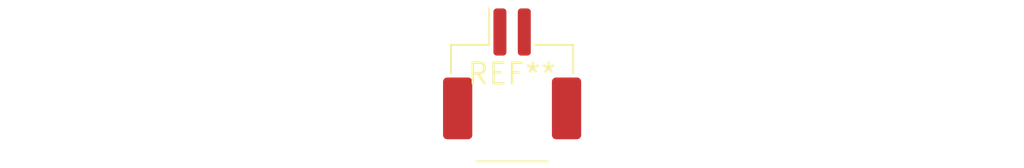
<source format=kicad_pcb>
(kicad_pcb (version 20240108) (generator pcbnew)
  (layers (0 "F.Cu" signal) (31 "B.Cu" signal) (34 "B.Paste" user) (35 "F.Paste" user) (36 "B.SilkS" user "B.Silkscreen") (37 "F.SilkS" user "F.Silkscreen") (38 "B.Mask" user) (39 "F.Mask" user) (44 "Edge.Cuts" user))
  (net 0 "")
  (footprint "Molex_CLIK-Mate_502585-0270_1x02-1MP_P1.50mm_Horizontal" (layer "F.Cu") (at 0 0)
    (property "Reference" "REF**")
    (property "Value" "Molex_CLIK-Mate_502585-0270_1x02-1MP_P1.50mm_Horizontal")
    (fp_line (start -3.76 -1.785) (end -1.41 -1.785) (layer "F.SilkS") (stroke (width 0.12)))
    (fp_line (start -3.76 -0.035) (end -3.76 -1.785) (layer "F.SilkS") (stroke (width 0.12)))
    (fp_line (start -2.19 5.385) (end 2.19 5.385) (layer "F.SilkS") (stroke (width 0.12)))
    (fp_line (start -1.41 -1.785) (end -1.41 -4.025) (layer "F.SilkS") (stroke (width 0.12)))
    (fp_line (start 3.76 -1.785) (end 1.41 -1.785) (layer "F.SilkS") (stroke (width 0.12)))
    (fp_line (start 3.76 -0.035) (end 3.76 -1.785) (layer "F.SilkS") (stroke (width 0.12)))
    (pad "1" smd roundrect (at -0.75 -2.575) (size 0.8 2.9) (layers "F.Cu" "F.Paste" "F.Mask"))
    (pad "2" smd roundrect (at 0.75 -2.575) (size 0.8 2.9) (layers "F.Cu" "F.Paste" "F.Mask"))
    (pad "MP" smd roundrect (at -3.35 2.125) (size 1.8 3.8) (layers "F.Cu" "F.Paste" "F.Mask") (roundrect_rratio 0.138889))
    (pad "MP" smd roundrect (at 3.35 2.125) (size 1.8 3.8) (layers "F.Cu" "F.Paste" "F.Mask") (roundrect_rratio 0.138889))
  )
)
</source>
